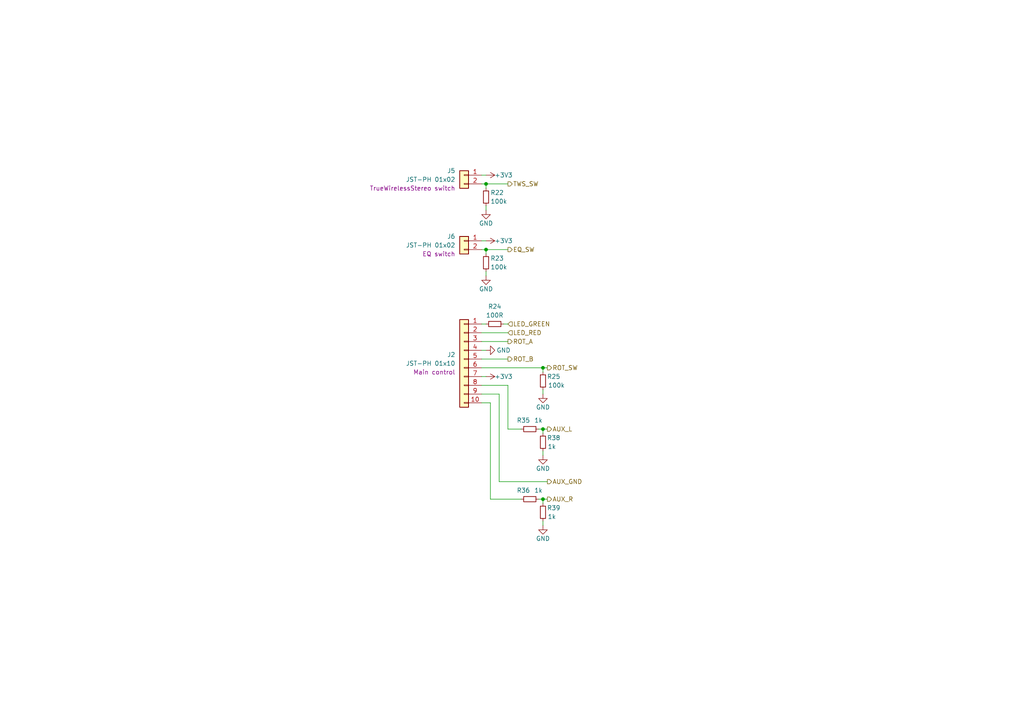
<source format=kicad_sch>
(kicad_sch (version 20211123) (generator eeschema)
  (paper "A4")
  (title_block (title "4x38W amp with DSP and BT") (date "2022-04-17") (rev "1.1.1") (company "ZOUDIO"))
  (lib_symbols
    (symbol "Connector_Generic:Conn_01x02" (pin_names (offset 1.016) hide)
      (property "Reference" "J" (at 0 2.54 0))
      (property "Value" "Conn_01x02" (at 0 -5.08 0))
      (symbol "Conn_01x02_1_1"
        (rectangle (start -1.27 -2.413) (end 0 -2.667) (stroke (width 0.1524)))
        (rectangle (start -1.27 0.127) (end 0 -0.127) (stroke (width 0.1524)))
        (rectangle (start -1.27 1.27) (end 1.27 -3.81) (stroke (width 0.254)) (fill (type background)))
        (pin passive line (at -5.08 0 0) (length 3.81) (name "Pin_1") (number "1"))
        (pin passive line (at -5.08 -2.54 0) (length 3.81) (name "Pin_2") (number "2"))
      )
    )
    (symbol "Connector_Generic:Conn_01x10" (pin_names (offset 1.016) hide)
      (property "Reference" "J" (at 0 12.7 0))
      (property "Value" "Conn_01x10" (at 0 -15.24 0))
      (symbol "Conn_01x10_1_1"
        (rectangle (start -1.27 -12.573) (end 0 -12.827) (stroke (width 0.1524)))
        (rectangle (start -1.27 -10.033) (end 0 -10.287) (stroke (width 0.1524)))
        (rectangle (start -1.27 -7.493) (end 0 -7.747) (stroke (width 0.1524)))
        (rectangle (start -1.27 -4.953) (end 0 -5.207) (stroke (width 0.1524)))
        (rectangle (start -1.27 -2.413) (end 0 -2.667) (stroke (width 0.1524)))
        (rectangle (start -1.27 0.127) (end 0 -0.127) (stroke (width 0.1524)))
        (rectangle (start -1.27 2.667) (end 0 2.413) (stroke (width 0.1524)))
        (rectangle (start -1.27 5.207) (end 0 4.953) (stroke (width 0.1524)))
        (rectangle (start -1.27 7.747) (end 0 7.493) (stroke (width 0.1524)))
        (rectangle (start -1.27 10.287) (end 0 10.033) (stroke (width 0.1524)))
        (rectangle (start -1.27 11.43) (end 1.27 -13.97) (stroke (width 0.254)) (fill (type background)))
        (pin passive line (at -5.08 10.16 0) (length 3.81) (name "Pin_1") (number "1"))
        (pin passive line (at -5.08 -12.7 0) (length 3.81) (name "Pin_10") (number "10"))
        (pin passive line (at -5.08 7.62 0) (length 3.81) (name "Pin_2") (number "2"))
        (pin passive line (at -5.08 5.08 0) (length 3.81) (name "Pin_3") (number "3"))
        (pin passive line (at -5.08 2.54 0) (length 3.81) (name "Pin_4") (number "4"))
        (pin passive line (at -5.08 0 0) (length 3.81) (name "Pin_5") (number "5"))
        (pin passive line (at -5.08 -2.54 0) (length 3.81) (name "Pin_6") (number "6"))
        (pin passive line (at -5.08 -5.08 0) (length 3.81) (name "Pin_7") (number "7"))
        (pin passive line (at -5.08 -7.62 0) (length 3.81) (name "Pin_8") (number "8"))
        (pin passive line (at -5.08 -10.16 0) (length 3.81) (name "Pin_9") (number "9"))
      )
    )
    (symbol "Device:R_Small" (pin_numbers hide) (pin_names (offset 0.254) hide)
      (property "Reference" "R" (at 0.762 0.508 0))
      (property "Value" "R_Small" (at 0.762 -1.016 0))
      (symbol "R_Small_0_1"
        (rectangle (start -0.762 1.778) (end 0.762 -1.778) (stroke (width 0.2032)))
      )
      (symbol "R_Small_1_1"
        (pin passive line (at 0 2.54 270) (length 0.762) (name "~") (number "1"))
        (pin passive line (at 0 -2.54 90) (length 0.762) (name "~") (number "2"))
      )
    )
    (symbol "power:+3V3" (power) (pin_names (offset 0))
      (property "Value" "+3V3" (at 0 3.556 0))
      (symbol "+3V3_0_1"
        (polyline (pts (xy -0.762 1.27) (xy 0 2.54)))
        (polyline (pts (xy 0 0) (xy 0 2.54)))
        (polyline (pts (xy 0 2.54) (xy 0.762 1.27)))
      )
      (symbol "+3V3_1_1"
        (pin power_in line (at 0 0 90) (length 0) hide (name "+3V3") (number "1"))
      )
    )
    (symbol "power:GND" (power) (pin_names (offset 0))
      (property "Value" "GND" (at 0 -3.81 0))
      (symbol "GND_0_1"
        (polyline (pts (xy 0 0) (xy 0 -1.27) (xy 1.27 -1.27) (xy 0 -2.54) (xy -1.27 -1.27) (xy 0 -1.27)))
      )
      (symbol "GND_1_1"
        (pin power_in line (at 0 0 270) (length 0) hide (name "GND") (number "1"))
      )
    )
  )
  (junction (at 140.97 53.34))
  (junction (at 157.48 124.46))
  (junction (at 157.48 106.68))
  (junction (at 140.97 72.39))
  (junction (at 157.48 144.78))
  (wire (pts (xy 147.32 96.52) (xy 139.7 96.52)))
  (wire (pts (xy 157.48 124.46) (xy 158.75 124.46)))
  (wire (pts (xy 157.48 114.3) (xy 157.48 113.03)))
  (wire (pts (xy 139.7 53.34) (xy 140.97 53.34)))
  (wire (pts (xy 139.7 93.98) (xy 140.97 93.98)))
  (wire (pts (xy 140.97 69.85) (xy 139.7 69.85)))
  (wire (pts (xy 142.24 116.84) (xy 142.24 144.78)))
  (wire (pts (xy 144.78 139.7) (xy 144.78 114.3)))
  (wire (pts (xy 157.48 146.05) (xy 157.48 144.78)))
  (wire (pts (xy 140.97 50.8) (xy 139.7 50.8)))
  (wire (pts (xy 139.7 116.84) (xy 142.24 116.84)))
  (wire (pts (xy 140.97 59.69) (xy 140.97 60.96)))
  (wire (pts (xy 147.32 124.46) (xy 151.13 124.46)))
  (wire (pts (xy 140.97 53.34) (xy 147.32 53.34)))
  (wire (pts (xy 147.32 111.76) (xy 147.32 124.46)))
  (wire (pts (xy 139.7 106.68) (xy 157.48 106.68)))
  (wire (pts (xy 157.48 107.95) (xy 157.48 106.68)))
  (wire (pts (xy 157.48 124.46) (xy 156.21 124.46)))
  (wire (pts (xy 142.24 144.78) (xy 151.13 144.78)))
  (wire (pts (xy 140.97 109.22) (xy 139.7 109.22)))
  (wire (pts (xy 140.97 78.74) (xy 140.97 80.01)))
  (wire (pts (xy 140.97 54.61) (xy 140.97 53.34)))
  (wire (pts (xy 140.97 73.66) (xy 140.97 72.39)))
  (wire (pts (xy 139.7 111.76) (xy 147.32 111.76)))
  (wire (pts (xy 157.48 152.4) (xy 157.48 151.13)))
  (wire (pts (xy 157.48 132.08) (xy 157.48 130.81)))
  (wire (pts (xy 158.75 106.68) (xy 157.48 106.68)))
  (wire (pts (xy 140.97 72.39) (xy 147.32 72.39)))
  (wire (pts (xy 157.48 125.73) (xy 157.48 124.46)))
  (wire (pts (xy 147.32 93.98) (xy 146.05 93.98)))
  (wire (pts (xy 156.21 144.78) (xy 157.48 144.78)))
  (wire (pts (xy 144.78 139.7) (xy 158.75 139.7)))
  (wire (pts (xy 144.78 114.3) (xy 139.7 114.3)))
  (wire (pts (xy 140.97 101.6) (xy 139.7 101.6)))
  (wire (pts (xy 139.7 99.06) (xy 147.32 99.06)))
  (wire (pts (xy 139.7 72.39) (xy 140.97 72.39)))
  (wire (pts (xy 158.75 144.78) (xy 157.48 144.78)))
  (wire (pts (xy 147.32 104.14) (xy 139.7 104.14)))
  (hierarchical_label "AUX_R" (shape output) (at 158.75 144.78 0))
  (hierarchical_label "LED_RED" (shape input) (at 147.32 96.52 0))
  (hierarchical_label "AUX_GND" (shape output) (at 158.75 139.7 0))
  (hierarchical_label "TWS_SW" (shape output) (at 147.32 53.34 0))
  (hierarchical_label "ROT_SW" (shape output) (at 158.75 106.68 0))
  (hierarchical_label "ROT_B" (shape output) (at 147.32 104.14 0))
  (hierarchical_label "EQ_SW" (shape output) (at 147.32 72.39 0))
  (hierarchical_label "ROT_A" (shape output) (at 147.32 99.06 0))
  (hierarchical_label "AUX_L" (shape output) (at 158.75 124.46 0))
  (hierarchical_label "LED_GREEN" (shape input) (at 147.32 93.98 0))
  (symbol (lib_id "Device:R_Small") (at 143.51 93.98 90) (unit 1)
    (property "Reference" "R24" (at 143.51 88.9 90))
    (property "Value" "100R" (at 146.05 91.44 90) (effects (justify left)))
    (property "Footprint" "Resistor_SMD:R_0603_1608Metric" (effects hide))
    (property "Manufacturer" "Yageo" (effects hide))
    (property "Partnumber" "RC0603FR-07100RL" (effects hide))
  )
  (symbol (lib_id "power:+3V3") (at 140.97 109.22 270) (unit 1)
    (property "Reference" "#PWR0181" (effects hide))
    (property "Value" "+3V3" (at 146.05 109.22 90))
  )
  (symbol (lib_id "Device:R_Small") (at 157.48 110.49 180) (unit 1)
    (property "Reference" "R25" (at 162.56 109.22 0) (effects (justify left)))
    (property "Value" "100k" (at 163.83 111.76 0) (effects (justify left)))
    (property "Footprint" "Resistor_SMD:R_0603_1608Metric" (effects hide))
    (property "Manufacturer" "Yageo" (effects hide))
    (property "Partnumber" "RC0603FR-07100KL" (effects hide))
  )
  (symbol (lib_id "Connector_Generic:Conn_01x10") (at 134.62 104.14 0) (mirror y) (unit 1)
    (property "Reference" "J2" (at 132.08 102.87 0) (effects (justify left)))
    (property "Value" "JST-PH 01x10" (at 132.08 105.41 0) (effects (justify left)))
    (property "Footprint" "Connector_JST:JST_PH_B10B-PH-K_1x10_P2.00mm_Vertical" (effects hide))
    (property "Function" "Main control" (at 132.08 107.95 0) (effects (justify left)))
    (property "Manufacturer" "JST" (effects hide))
    (property "Partnumber" "B10B-PH-K-S(LF)(SN)" (effects hide))
  )
  (symbol (lib_id "Device:R_Small") (at 140.97 76.2 0) (unit 1)
    (property "Reference" "R23" (at 142.24 74.93 0) (effects (justify left)))
    (property "Value" "100k" (at 142.24 77.47 0) (effects (justify left)))
    (property "Footprint" "Resistor_SMD:R_0603_1608Metric" (effects hide))
    (property "Manufacturer" "Yageo" (effects hide))
    (property "Partnumber" "RC0603FR-07100KL" (effects hide))
  )
  (symbol (lib_id "power:+3V3") (at 140.97 69.85 270) (unit 1)
    (property "Reference" "#PWR0176" (effects hide))
    (property "Value" "+3V3" (at 146.05 69.85 90))
  )
  (symbol (lib_id "Connector_Generic:Conn_01x02") (at 134.62 69.85 0) (mirror y) (unit 1)
    (property "Reference" "J6" (at 132.08 68.58 0) (effects (justify left)))
    (property "Value" "JST-PH 01x02" (at 132.08 71.12 0) (effects (justify left)))
    (property "Footprint" "Connector_JST:JST_PH_B2B-PH-K_1x02_P2.00mm_Vertical" (effects hide))
    (property "Function" "EQ switch" (at 132.08 73.66 0) (effects (justify left)))
    (property "Manufacturer" "JST" (effects hide))
    (property "Partnumber" "B2B-PH-K-S(LF)(SN)" (effects hide))
  )
  (symbol (lib_id "power:+3V3") (at 140.97 50.8 270) (unit 1)
    (property "Reference" "#PWR0178" (effects hide))
    (property "Value" "+3V3" (at 146.05 50.8 90))
  )
  (symbol (lib_id "Device:R_Small") (at 140.97 57.15 0) (unit 1)
    (property "Reference" "R22" (at 142.24 55.88 0) (effects (justify left)))
    (property "Value" "100k" (at 142.24 58.42 0) (effects (justify left)))
    (property "Footprint" "Resistor_SMD:R_0603_1608Metric" (effects hide))
    (property "Manufacturer" "Yageo" (effects hide))
    (property "Partnumber" "RC0603FR-07100KL" (effects hide))
  )
  (symbol (lib_id "Connector_Generic:Conn_01x02") (at 134.62 50.8 0) (mirror y) (unit 1)
    (property "Reference" "J5" (at 132.08 49.53 0) (effects (justify left)))
    (property "Value" "JST-PH 01x02" (at 132.08 52.07 0) (effects (justify left)))
    (property "Footprint" "Connector_JST:JST_PH_B2B-PH-K_1x02_P2.00mm_Vertical" (effects hide))
    (property "Function" "TrueWirelessStereo switch" (at 132.08 54.61 0) (effects (justify left)))
    (property "Manufacturer" "JST" (effects hide))
    (property "Partnumber" "B2B-PH-K-S(LF)(SN)" (effects hide))
  )
  (symbol (lib_id "Device:R_Small") (at 157.48 128.27 180) (unit 1)
    (property "Reference" "R38" (at 162.56 127 0) (effects (justify left)))
    (property "Value" "1k" (at 161.29 129.54 0) (effects (justify left)))
    (property "Footprint" "Resistor_SMD:R_0603_1608Metric" (effects hide))
    (property "Manufacturer" "Yageo" (effects hide))
    (property "Partnumber" "RC0603FR-071KL" (effects hide))
  )
  (symbol (lib_id "Device:R_Small") (at 153.67 124.46 270) (unit 1)
    (property "Reference" "R35" (at 149.86 121.92 90) (effects (justify left)))
    (property "Value" "1k" (at 154.94 121.92 90) (effects (justify left)))
    (property "Footprint" "Resistor_SMD:R_0603_1608Metric" (effects hide))
    (property "Manufacturer" "Yageo" (effects hide))
    (property "Partnumber" "RC0603FR-071KL" (effects hide))
  )
  (symbol (lib_id "Device:R_Small") (at 157.48 148.59 180) (unit 1)
    (property "Reference" "R39" (at 162.56 147.32 0) (effects (justify left)))
    (property "Value" "1k" (at 161.29 149.86 0) (effects (justify left)))
    (property "Footprint" "Resistor_SMD:R_0603_1608Metric" (effects hide))
    (property "Manufacturer" "Yageo" (effects hide))
    (property "Partnumber" "RC0603FR-071KL" (effects hide))
  )
  (symbol (lib_id "Device:R_Small") (at 153.67 144.78 270) (unit 1)
    (property "Reference" "R36" (at 149.86 142.24 90) (effects (justify left)))
    (property "Value" "1k" (at 154.94 142.24 90) (effects (justify left)))
    (property "Footprint" "Resistor_SMD:R_0603_1608Metric" (effects hide))
    (property "Manufacturer" "Yageo" (effects hide))
    (property "Partnumber" "RC0603FR-071KL" (effects hide))
  )
  (symbol (lib_id "power:GND") (at 157.48 132.08 0) (unit 1)
    (property "Reference" "#PWR021" (effects hide))
    (property "Value" "GND" (at 157.48 135.89 0))
  )
  (symbol (lib_id "power:GND") (at 157.48 152.4 0) (unit 1)
    (property "Reference" "#PWR022" (effects hide))
    (property "Value" "GND" (at 157.48 156.21 0))
  )
  (symbol (lib_id "power:GND") (at 140.97 80.01 0) (unit 1)
    (property "Reference" "#PWR020" (effects hide))
    (property "Value" "GND" (at 140.97 83.82 0))
  )
  (symbol (lib_id "power:GND") (at 140.97 60.96 0) (unit 1)
    (property "Reference" "#PWR019" (effects hide))
    (property "Value" "GND" (at 140.97 64.77 0))
  )
  (symbol (lib_id "power:GND") (at 140.97 101.6 90) (unit 1)
    (property "Reference" "#PWR0146" (effects hide))
    (property "Value" "GND" (at 146.05 101.6 90))
  )
  (symbol (lib_id "power:GND") (at 157.48 114.3 0) (unit 1)
    (property "Reference" "#PWR0147" (effects hide))
    (property "Value" "GND" (at 157.48 118.11 0))
  )
)
</source>
